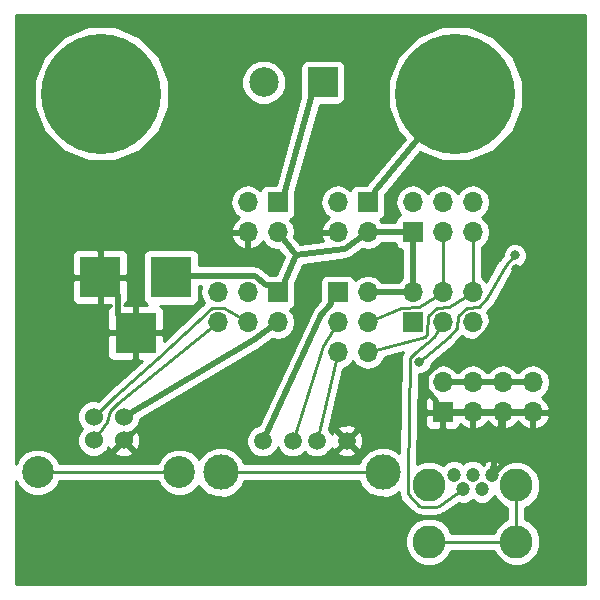
<source format=gbl>
G04 #@! TF.GenerationSoftware,KiCad,Pcbnew,(2017-04-12 revision 02abf1804)-makepkg*
G04 #@! TF.CreationDate,2017-04-21T09:09:19+03:00*
G04 #@! TF.ProjectId,vbb,7662622E6B696361645F706362000000,rev?*
G04 #@! TF.FileFunction,Copper,L2,Bot,Signal*
G04 #@! TF.FilePolarity,Positive*
%FSLAX46Y46*%
G04 Gerber Fmt 4.6, Leading zero omitted, Abs format (unit mm)*
G04 Created by KiCad (PCBNEW (2017-04-12 revision 02abf1804)-makepkg) date 04/21/17 09:09:19*
%MOMM*%
%LPD*%
G01*
G04 APERTURE LIST*
%ADD10C,0.100000*%
%ADD11C,2.700020*%
%ADD12C,1.524000*%
%ADD13R,1.700000X1.700000*%
%ADD14O,1.700000X1.700000*%
%ADD15R,3.500120X3.500120*%
%ADD16C,10.160000*%
%ADD17C,1.195000*%
%ADD18C,2.800000*%
%ADD19C,2.999740*%
%ADD20C,1.501140*%
%ADD21C,2.500000*%
%ADD22R,2.500000X2.500000*%
%ADD23C,0.800000*%
%ADD24C,0.500000*%
%ADD25C,0.250000*%
%ADD26C,0.254000*%
G04 APERTURE END LIST*
D10*
D11*
X14538980Y10160000D03*
X2540020Y10160000D03*
D12*
X7269500Y12860020D03*
X9809500Y12860020D03*
X9809500Y14859000D03*
X7269500Y14859000D03*
D13*
X22860000Y33020000D03*
D14*
X22860000Y30480000D03*
X20320000Y33020000D03*
X20320000Y30480000D03*
X27940000Y30480000D03*
X27940000Y33020000D03*
X30480000Y30480000D03*
D13*
X30480000Y33020000D03*
X34290000Y30480000D03*
D14*
X34290000Y33020000D03*
X36830000Y30480000D03*
X36830000Y33020000D03*
X39370000Y30480000D03*
X39370000Y33020000D03*
X30480000Y20320000D03*
X27940000Y20320000D03*
X30480000Y22860000D03*
X27940000Y22860000D03*
X30480000Y25400000D03*
D13*
X27940000Y25400000D03*
X22860000Y25400000D03*
D14*
X22860000Y22860000D03*
X20320000Y25400000D03*
X20320000Y22860000D03*
X17780000Y25400000D03*
X17780000Y22860000D03*
X39370000Y25400000D03*
X39370000Y22860000D03*
X36830000Y25400000D03*
X36830000Y22860000D03*
X34290000Y25400000D03*
D13*
X34290000Y22860000D03*
D14*
X44450000Y17780000D03*
X44450000Y15240000D03*
X41910000Y17780000D03*
X41910000Y15240000D03*
X39370000Y17780000D03*
X39370000Y15240000D03*
X36830000Y17780000D03*
D13*
X36830000Y15240000D03*
D15*
X10820400Y21971000D03*
X7820660Y26670000D03*
X13820140Y26670000D03*
D16*
X7937800Y42196000D03*
X37909800Y42196000D03*
D17*
X37770000Y9945000D03*
X38570000Y8745000D03*
X39370000Y9945000D03*
X40170000Y8745000D03*
X40970000Y9945000D03*
D18*
X35670000Y9045000D03*
X43070000Y9045000D03*
X35670000Y4295000D03*
X43070000Y4295000D03*
D19*
X18033960Y10160120D03*
X31749960Y10160120D03*
D20*
X21589960Y12827120D03*
X24129960Y12827120D03*
X26161960Y12827120D03*
X28701960Y12827120D03*
D21*
X21670000Y43180000D03*
D22*
X26670000Y43180000D03*
D23*
X43026200Y27390200D03*
X34864100Y19534200D03*
X42938300Y28516600D03*
D24*
X37430000Y15240000D02*
X36830000Y15240000D01*
X37680000Y15240000D02*
X37430000Y15240000D01*
X39370000Y15240000D02*
X37680000Y15240000D01*
X40970000Y9945000D02*
X41910000Y15240000D01*
X44450000Y15240000D02*
X41910000Y15240000D01*
X36230000Y15840000D02*
X36830000Y15240000D01*
X36230000Y16090000D02*
X36230000Y15840000D01*
X36230000Y16193600D02*
X36230000Y16090000D01*
X35451200Y17178700D02*
X36230000Y16193600D01*
X35429900Y17230200D02*
X35451200Y17178700D01*
X35429900Y18329800D02*
X35429900Y17230200D01*
X35451200Y18381300D02*
X35429900Y18329800D01*
X36228700Y19158800D02*
X35451200Y18381300D01*
X39971300Y21481200D02*
X36228700Y19158800D01*
X40748800Y22258700D02*
X39971300Y21481200D01*
X43026200Y27390200D02*
X40748800Y22258700D01*
X39370000Y15240000D02*
X41910000Y15240000D01*
X9320500Y23471100D02*
X10820400Y21971000D01*
X9320500Y23721100D02*
X9320500Y23471100D01*
X9320500Y24919900D02*
X9320500Y23721100D01*
X9320500Y25169900D02*
X9320500Y24919900D01*
X7820700Y26670000D02*
X9320500Y25169900D01*
X41910000Y17780000D02*
X39370000Y17780000D01*
X44450000Y17780000D02*
X41910000Y17780000D01*
X28489800Y29079900D02*
X24379100Y28551000D01*
X28541300Y29101200D02*
X28489800Y29079900D01*
X30480000Y30480000D02*
X28541300Y29101200D01*
X24379100Y28551000D02*
X22860000Y30480000D01*
X22260000Y26000000D02*
X22860000Y25400000D01*
X22010000Y26000000D02*
X22260000Y26000000D01*
X21906400Y26000000D02*
X22010000Y26000000D01*
X20921300Y26778800D02*
X21906400Y26000000D01*
X20869800Y26800100D02*
X20921300Y26778800D01*
X15570200Y26800100D02*
X20869800Y26800100D01*
X15320200Y26800100D02*
X15570200Y26800100D01*
X13820100Y26670000D02*
X15320200Y26800100D01*
X23460000Y26000000D02*
X22860000Y25400000D01*
X23460000Y26250000D02*
X23460000Y26000000D01*
X23460000Y26353600D02*
X23460000Y26250000D01*
X24379100Y28551000D02*
X23460000Y26353600D01*
X34290000Y25400000D02*
X30480000Y25400000D01*
X34290000Y29630000D02*
X34290000Y25400000D01*
X34290000Y29880000D02*
X34290000Y29630000D01*
X34290000Y30480000D02*
X34290000Y29880000D01*
X33690000Y30480000D02*
X34290000Y30480000D01*
X33440000Y30480000D02*
X33690000Y30480000D01*
X30480000Y30480000D02*
X33440000Y30480000D01*
X39370000Y17780000D02*
X36830000Y17780000D01*
D25*
X2540000Y10160000D02*
X14539000Y10160000D01*
X37345700Y21614900D02*
X34864100Y19534200D01*
X38075100Y22344300D02*
X37345700Y21614900D01*
X38124900Y23375700D02*
X38075100Y22344300D01*
X38854300Y24105100D02*
X38124900Y23375700D01*
X39885700Y24154900D02*
X38854300Y24105100D01*
X40615100Y24884300D02*
X39885700Y24154900D01*
X42201100Y27732000D02*
X40615100Y24884300D01*
X42938300Y28516600D02*
X42201100Y27732000D01*
X18034000Y10160100D02*
X31750000Y10160100D01*
X36055200Y21630900D02*
X36830000Y22860000D01*
X35519100Y21094800D02*
X36055200Y21630900D01*
X34534800Y20329300D02*
X35519100Y21094800D01*
X34069000Y19863500D02*
X34534800Y20329300D01*
X33874900Y9673300D02*
X34069000Y19863500D01*
X33874900Y8416700D02*
X33874900Y9673300D01*
X33956400Y8220000D02*
X33874900Y8416700D01*
X34845000Y7331400D02*
X33956400Y8220000D01*
X35041700Y7249900D02*
X34845000Y7331400D01*
X36298300Y7249900D02*
X35041700Y7249900D01*
X36495000Y7331400D02*
X36298300Y7249900D01*
X38570000Y8745000D02*
X36495000Y7331400D01*
X43070000Y4295000D02*
X43070000Y9045000D01*
X35670000Y4295000D02*
X43070000Y4295000D01*
X8426600Y14379700D02*
X7269500Y12860000D01*
X8622400Y15350700D02*
X8426600Y14379700D01*
X9317800Y16046100D02*
X8622400Y15350700D01*
X17780000Y22860000D02*
X9317800Y16046100D01*
X9034300Y16498100D02*
X7269500Y14859000D01*
X12746600Y19795800D02*
X9034300Y16498100D01*
X17264300Y24105100D02*
X12746600Y19795800D01*
X18295700Y24105100D02*
X17264300Y24105100D01*
X20320000Y22860000D02*
X18295700Y24105100D01*
X26694900Y20835700D02*
X27940000Y22860000D01*
X24130000Y12827100D02*
X26694900Y20835700D01*
X26162000Y12827100D02*
X27940000Y20320000D01*
X39370000Y25400000D02*
X39370000Y30480000D01*
X37345700Y24154900D02*
X39370000Y25400000D01*
X36314300Y24105100D02*
X37345700Y24154900D01*
X35584900Y23375700D02*
X36314300Y24105100D01*
X35535100Y21846300D02*
X35584900Y23375700D01*
X35303700Y21614900D02*
X35535100Y21846300D01*
X30480000Y20320000D02*
X35303700Y21614900D01*
X36830000Y25400000D02*
X36830000Y30480000D01*
X34820500Y24127200D02*
X36830000Y25400000D01*
X34814900Y24124900D02*
X34820500Y24127200D01*
X33276300Y24105100D02*
X34814900Y24124900D01*
X30480000Y22860000D02*
X33276300Y24105100D01*
D24*
X23460000Y33620000D02*
X22860000Y33020000D01*
X23460000Y33870000D02*
X23460000Y33620000D01*
X23460000Y33973600D02*
X23460000Y33870000D01*
X25670000Y41826400D02*
X23460000Y33973600D01*
X25670000Y41930000D02*
X25670000Y41826400D01*
X25670000Y42180000D02*
X25670000Y41930000D01*
X26670000Y43180000D02*
X25670000Y42180000D01*
X31080000Y33620000D02*
X30480000Y33020000D01*
X31080000Y33870000D02*
X31080000Y33620000D01*
X31080000Y33973600D02*
X31080000Y33870000D01*
X37909800Y42196000D02*
X31080000Y33973600D01*
X20921300Y21481200D02*
X9809500Y14859000D01*
X22860000Y22860000D02*
X20921300Y21481200D01*
X27340000Y24800000D02*
X27940000Y25400000D01*
X27340000Y24550000D02*
X27340000Y24800000D01*
X27340000Y24446400D02*
X27340000Y24550000D01*
X26561200Y23461300D02*
X27340000Y24446400D01*
X21590000Y12827100D02*
X26561200Y23461300D01*
D26*
G36*
X48845000Y685000D02*
X685000Y685000D01*
X685000Y9451457D01*
X856229Y9037051D01*
X1414134Y8478171D01*
X2143445Y8175335D01*
X2933131Y8174646D01*
X3662969Y8476209D01*
X4221849Y9034114D01*
X4373778Y9400000D01*
X12705221Y9400000D01*
X12855189Y9037051D01*
X13413094Y8478171D01*
X14142405Y8175335D01*
X14932091Y8174646D01*
X15661929Y8476209D01*
X16198490Y9011834D01*
X16223050Y8952393D01*
X16823074Y8351320D01*
X17607445Y8025621D01*
X18456749Y8024880D01*
X19241687Y8349210D01*
X19842760Y8949234D01*
X20029976Y9400100D01*
X29754061Y9400100D01*
X29939050Y8952393D01*
X30539074Y8351320D01*
X31323445Y8025621D01*
X32172749Y8024880D01*
X32957687Y8349210D01*
X33114900Y8506149D01*
X33114900Y8416700D01*
X33114908Y8416657D01*
X33114901Y8416620D01*
X33143490Y8272972D01*
X33172752Y8125861D01*
X33172774Y8125828D01*
X33172782Y8125787D01*
X33254282Y7929087D01*
X33336380Y7806248D01*
X33418999Y7682599D01*
X34307599Y6793999D01*
X34433401Y6709940D01*
X34554087Y6629282D01*
X34750787Y6547782D01*
X34750828Y6547774D01*
X34750861Y6547752D01*
X34893254Y6519428D01*
X35041620Y6489900D01*
X35041660Y6489908D01*
X35041700Y6489900D01*
X36298300Y6489900D01*
X36298343Y6489908D01*
X36298380Y6489901D01*
X36442028Y6518490D01*
X36589139Y6547752D01*
X36589172Y6547774D01*
X36589213Y6547782D01*
X36785913Y6629282D01*
X36850923Y6672730D01*
X36922894Y6703302D01*
X38191584Y7567601D01*
X38323765Y7512715D01*
X38814084Y7512287D01*
X39267243Y7699528D01*
X39369875Y7801981D01*
X39470933Y7700747D01*
X39923765Y7512715D01*
X40414084Y7512287D01*
X40867243Y7699528D01*
X41214253Y8045933D01*
X41247675Y8126423D01*
X41343805Y7893771D01*
X41915760Y7320817D01*
X42310000Y7157114D01*
X42310000Y6182847D01*
X41918771Y6021195D01*
X41345817Y5449240D01*
X41182114Y5055000D01*
X37557847Y5055000D01*
X37396195Y5446229D01*
X36824240Y6019183D01*
X36076562Y6329646D01*
X35266989Y6330352D01*
X34518771Y6021195D01*
X33945817Y5449240D01*
X33635354Y4701562D01*
X33634648Y3891989D01*
X33943805Y3143771D01*
X34515760Y2570817D01*
X35263438Y2260354D01*
X36073011Y2259648D01*
X36821229Y2568805D01*
X37394183Y3140760D01*
X37557886Y3535000D01*
X41182153Y3535000D01*
X41343805Y3143771D01*
X41915760Y2570817D01*
X42663438Y2260354D01*
X43473011Y2259648D01*
X44221229Y2568805D01*
X44794183Y3140760D01*
X45104646Y3888438D01*
X45105352Y4698011D01*
X44796195Y5446229D01*
X44224240Y6019183D01*
X43830000Y6182886D01*
X43830000Y7157153D01*
X44221229Y7318805D01*
X44794183Y7890760D01*
X45104646Y8638438D01*
X45105352Y9448011D01*
X44796195Y10196229D01*
X44224240Y10769183D01*
X43476562Y11079646D01*
X42666989Y11080352D01*
X41918771Y10771195D01*
X41345817Y10199240D01*
X41304612Y10100007D01*
X41149605Y9945000D01*
X41163748Y9930857D01*
X40984143Y9751252D01*
X40970000Y9765395D01*
X40955858Y9751252D01*
X40776253Y9930857D01*
X40790395Y9945000D01*
X40776253Y9959142D01*
X40955858Y10138747D01*
X40970000Y10124605D01*
X41651316Y10805921D01*
X41602111Y11031092D01*
X41138365Y11190317D01*
X40648987Y11159953D01*
X40337889Y11031092D01*
X40288685Y10805923D01*
X40172980Y10921628D01*
X40154761Y10903409D01*
X40069067Y10989253D01*
X39616235Y11177285D01*
X39125916Y11177713D01*
X38672757Y10990472D01*
X38570125Y10888019D01*
X38469067Y10989253D01*
X38016235Y11177285D01*
X37525916Y11177713D01*
X37072757Y10990472D01*
X36837637Y10755762D01*
X36824240Y10769183D01*
X36076562Y11079646D01*
X35266989Y11080352D01*
X34657038Y10828326D01*
X34735627Y14954250D01*
X35345000Y14954250D01*
X35345000Y14263691D01*
X35441673Y14030302D01*
X35620301Y13851673D01*
X35853690Y13755000D01*
X36544250Y13755000D01*
X36703000Y13913750D01*
X36703000Y15113000D01*
X36957000Y15113000D01*
X36957000Y13913750D01*
X37115750Y13755000D01*
X37806310Y13755000D01*
X38039699Y13851673D01*
X38218327Y14030302D01*
X38305136Y14239878D01*
X38603076Y13968355D01*
X39013110Y13798524D01*
X39243000Y13919845D01*
X39243000Y15113000D01*
X39497000Y15113000D01*
X39497000Y13919845D01*
X39726890Y13798524D01*
X40136924Y13968355D01*
X40565183Y14358642D01*
X40640000Y14517954D01*
X40714817Y14358642D01*
X41143076Y13968355D01*
X41553110Y13798524D01*
X41783000Y13919845D01*
X41783000Y15113000D01*
X42037000Y15113000D01*
X42037000Y13919845D01*
X42266890Y13798524D01*
X42676924Y13968355D01*
X43105183Y14358642D01*
X43180000Y14517954D01*
X43254817Y14358642D01*
X43683076Y13968355D01*
X44093110Y13798524D01*
X44323000Y13919845D01*
X44323000Y15113000D01*
X44577000Y15113000D01*
X44577000Y13919845D01*
X44806890Y13798524D01*
X45216924Y13968355D01*
X45645183Y14358642D01*
X45891486Y14883108D01*
X45770819Y15113000D01*
X44577000Y15113000D01*
X44323000Y15113000D01*
X42037000Y15113000D01*
X41783000Y15113000D01*
X39497000Y15113000D01*
X39243000Y15113000D01*
X36957000Y15113000D01*
X36703000Y15113000D01*
X35503750Y15113000D01*
X35345000Y14954250D01*
X34735627Y14954250D01*
X34790005Y17809093D01*
X35345000Y17809093D01*
X35345000Y17750907D01*
X35458039Y17182622D01*
X35779946Y16700853D01*
X35785858Y16696903D01*
X35620301Y16628327D01*
X35441673Y16449698D01*
X35345000Y16216309D01*
X35345000Y15525750D01*
X35503750Y15367000D01*
X36703000Y15367000D01*
X36703000Y15387000D01*
X36957000Y15387000D01*
X36957000Y15367000D01*
X39243000Y15367000D01*
X39243000Y15387000D01*
X39497000Y15387000D01*
X39497000Y15367000D01*
X41783000Y15367000D01*
X41783000Y15387000D01*
X42037000Y15387000D01*
X42037000Y15367000D01*
X44323000Y15367000D01*
X44323000Y15387000D01*
X44577000Y15387000D01*
X44577000Y15367000D01*
X45770819Y15367000D01*
X45891486Y15596892D01*
X45645183Y16121358D01*
X45216924Y16511645D01*
X45216899Y16511655D01*
X45500054Y16700853D01*
X45821961Y17182622D01*
X45935000Y17750907D01*
X45935000Y17809093D01*
X45821961Y18377378D01*
X45500054Y18859147D01*
X45018285Y19181054D01*
X44450000Y19294093D01*
X43881715Y19181054D01*
X43399946Y18859147D01*
X43270221Y18665000D01*
X43089779Y18665000D01*
X42960054Y18859147D01*
X42478285Y19181054D01*
X41910000Y19294093D01*
X41341715Y19181054D01*
X40859946Y18859147D01*
X40730221Y18665000D01*
X40549779Y18665000D01*
X40420054Y18859147D01*
X39938285Y19181054D01*
X39370000Y19294093D01*
X38801715Y19181054D01*
X38319946Y18859147D01*
X38190221Y18665000D01*
X38009779Y18665000D01*
X37880054Y18859147D01*
X37398285Y19181054D01*
X36830000Y19294093D01*
X36261715Y19181054D01*
X35779946Y18859147D01*
X35458039Y18377378D01*
X35345000Y17809093D01*
X34790005Y17809093D01*
X34803152Y18499253D01*
X35069071Y18499021D01*
X35449615Y18656258D01*
X35741019Y18947154D01*
X35898920Y19327423D01*
X35898992Y19410113D01*
X37833997Y21032520D01*
X37855093Y21058785D01*
X37883101Y21077499D01*
X38479707Y21674105D01*
X38801715Y21458946D01*
X39370000Y21345907D01*
X39938285Y21458946D01*
X40420054Y21780853D01*
X40741961Y22262622D01*
X40855000Y22830907D01*
X40855000Y22889093D01*
X40741961Y23457378D01*
X40550108Y23744506D01*
X41152501Y24346899D01*
X41210941Y24434361D01*
X41279069Y24514509D01*
X42819335Y27280092D01*
X43008611Y27481538D01*
X43143271Y27481421D01*
X43523815Y27638658D01*
X43815219Y27929554D01*
X43973120Y28309823D01*
X43973479Y28721571D01*
X43816242Y29102115D01*
X43525346Y29393519D01*
X43145077Y29551420D01*
X42733329Y29551779D01*
X42352785Y29394542D01*
X42061381Y29103646D01*
X41903480Y28723377D01*
X41903307Y28524953D01*
X41647229Y28252410D01*
X41597711Y28173060D01*
X41537131Y28101791D01*
X40536420Y26304992D01*
X40420054Y26479147D01*
X40130000Y26672954D01*
X40130000Y29207046D01*
X40420054Y29400853D01*
X40741961Y29882622D01*
X40855000Y30450907D01*
X40855000Y30509093D01*
X40741961Y31077378D01*
X40420054Y31559147D01*
X40134422Y31750000D01*
X40420054Y31940853D01*
X40741961Y32422622D01*
X40855000Y32990907D01*
X40855000Y33049093D01*
X40741961Y33617378D01*
X40420054Y34099147D01*
X39938285Y34421054D01*
X39370000Y34534093D01*
X38801715Y34421054D01*
X38319946Y34099147D01*
X38100000Y33769974D01*
X37880054Y34099147D01*
X37398285Y34421054D01*
X36830000Y34534093D01*
X36261715Y34421054D01*
X35779946Y34099147D01*
X35560000Y33769974D01*
X35340054Y34099147D01*
X34858285Y34421054D01*
X34290000Y34534093D01*
X33721715Y34421054D01*
X33239946Y34099147D01*
X32918039Y33617378D01*
X32805000Y33049093D01*
X32805000Y32990907D01*
X32918039Y32422622D01*
X33239946Y31940853D01*
X33243643Y31938383D01*
X33192235Y31928157D01*
X32982191Y31787809D01*
X32841843Y31577765D01*
X32799522Y31365000D01*
X31659779Y31365000D01*
X31530054Y31559147D01*
X31526357Y31561617D01*
X31577765Y31571843D01*
X31787809Y31712191D01*
X31928157Y31922235D01*
X31977440Y32170000D01*
X31977440Y33668960D01*
X34943378Y37239656D01*
X36768029Y36481995D01*
X39041596Y36480011D01*
X41142858Y37348234D01*
X42751916Y38954486D01*
X43623805Y41054229D01*
X43625789Y43327796D01*
X42757566Y45429058D01*
X41151314Y47038116D01*
X39051571Y47910005D01*
X36778004Y47911989D01*
X34676742Y47043766D01*
X33067684Y45437514D01*
X32195795Y43337771D01*
X32193811Y41064204D01*
X33062034Y38962942D01*
X33614299Y38409712D01*
X30399221Y34539078D01*
X30387490Y34517440D01*
X29630000Y34517440D01*
X29382235Y34468157D01*
X29172191Y34327809D01*
X29031843Y34117765D01*
X29019403Y34055223D01*
X28990054Y34099147D01*
X28508285Y34421054D01*
X27940000Y34534093D01*
X27371715Y34421054D01*
X26889946Y34099147D01*
X26568039Y33617378D01*
X26455000Y33049093D01*
X26455000Y32990907D01*
X26568039Y32422622D01*
X26889946Y31940853D01*
X27173101Y31751655D01*
X27173076Y31751645D01*
X26744817Y31361358D01*
X26498514Y30836892D01*
X26619181Y30607000D01*
X27813000Y30607000D01*
X27813000Y30627000D01*
X28067000Y30627000D01*
X28067000Y30607000D01*
X28087000Y30607000D01*
X28087000Y30353000D01*
X28067000Y30353000D01*
X28067000Y30333000D01*
X27813000Y30333000D01*
X27813000Y30353000D01*
X26619181Y30353000D01*
X26498514Y30123108D01*
X26678814Y29739186D01*
X24763901Y29492805D01*
X24277324Y30110676D01*
X24345000Y30450907D01*
X24345000Y30509093D01*
X24231961Y31077378D01*
X23910054Y31559147D01*
X23906357Y31561617D01*
X23957765Y31571843D01*
X24167809Y31712191D01*
X24308157Y31922235D01*
X24357440Y32170000D01*
X24357440Y33870000D01*
X24354451Y33885025D01*
X26436327Y41282560D01*
X27920000Y41282560D01*
X28167765Y41331843D01*
X28377809Y41472191D01*
X28518157Y41682235D01*
X28567440Y41930000D01*
X28567440Y44430000D01*
X28518157Y44677765D01*
X28377809Y44887809D01*
X28167765Y45028157D01*
X27920000Y45077440D01*
X25420000Y45077440D01*
X25172235Y45028157D01*
X24962191Y44887809D01*
X24821843Y44677765D01*
X24772560Y44430000D01*
X24772560Y41930000D01*
X24775548Y41914976D01*
X22693673Y34517440D01*
X22010000Y34517440D01*
X21762235Y34468157D01*
X21552191Y34327809D01*
X21411843Y34117765D01*
X21399403Y34055223D01*
X21370054Y34099147D01*
X20888285Y34421054D01*
X20320000Y34534093D01*
X19751715Y34421054D01*
X19269946Y34099147D01*
X18948039Y33617378D01*
X18835000Y33049093D01*
X18835000Y32990907D01*
X18948039Y32422622D01*
X19269946Y31940853D01*
X19553101Y31751655D01*
X19553076Y31751645D01*
X19124817Y31361358D01*
X18878514Y30836892D01*
X18999181Y30607000D01*
X20193000Y30607000D01*
X20193000Y30627000D01*
X20447000Y30627000D01*
X20447000Y30607000D01*
X20467000Y30607000D01*
X20467000Y30353000D01*
X20447000Y30353000D01*
X20447000Y29159845D01*
X20676890Y29038524D01*
X21086924Y29208355D01*
X21515183Y29598642D01*
X21582298Y29741553D01*
X21809946Y29400853D01*
X22291715Y29078946D01*
X22860000Y28965907D01*
X22916957Y28977236D01*
X23361811Y28412348D01*
X22728175Y26897440D01*
X22198242Y26897440D01*
X21470158Y27473048D01*
X21361264Y27528722D01*
X21259541Y27596613D01*
X21208041Y27617913D01*
X21173354Y27624794D01*
X21162701Y27630240D01*
X21134516Y27632497D01*
X21038521Y27651539D01*
X20869800Y27685100D01*
X16217640Y27685100D01*
X16217640Y28420060D01*
X16168357Y28667825D01*
X16028009Y28877869D01*
X15817965Y29018217D01*
X15570200Y29067500D01*
X12070080Y29067500D01*
X11822315Y29018217D01*
X11612271Y28877869D01*
X11471923Y28667825D01*
X11422640Y28420060D01*
X11422640Y24919940D01*
X11471923Y24672175D01*
X11612271Y24462131D01*
X11771016Y24356060D01*
X11106150Y24356060D01*
X10947400Y24197310D01*
X10947400Y22098000D01*
X13046710Y22098000D01*
X13205460Y22256750D01*
X13205460Y23847370D01*
X13108787Y24080759D01*
X12930158Y24259387D01*
X12898500Y24272500D01*
X15570200Y24272500D01*
X15817965Y24321783D01*
X16028009Y24462131D01*
X16168357Y24672175D01*
X16217640Y24919940D01*
X16217640Y25915100D01*
X16391673Y25915100D01*
X16295000Y25429093D01*
X16295000Y25370907D01*
X16408039Y24802622D01*
X16597381Y24519251D01*
X13205460Y21283798D01*
X13205460Y21685250D01*
X13046710Y21844000D01*
X10947400Y21844000D01*
X10947400Y19744690D01*
X11106150Y19585940D01*
X11365993Y19585940D01*
X8529565Y17066292D01*
X8524393Y17059463D01*
X8517096Y17054967D01*
X7623231Y16224768D01*
X7548600Y16255757D01*
X6992839Y16256242D01*
X6479197Y16044010D01*
X6085871Y15651370D01*
X5872743Y15138100D01*
X5872258Y14582339D01*
X6084490Y14068697D01*
X6293332Y13859490D01*
X6085871Y13652390D01*
X5872743Y13139120D01*
X5872258Y12583359D01*
X6084490Y12069717D01*
X6477130Y11676391D01*
X6990400Y11463263D01*
X7546161Y11462778D01*
X8059803Y11675010D01*
X8264957Y11879807D01*
X9008892Y11879807D01*
X9078357Y11637623D01*
X9601802Y11450876D01*
X10156868Y11478658D01*
X10540643Y11637623D01*
X10610108Y11879807D01*
X9809500Y12680415D01*
X9008892Y11879807D01*
X8264957Y11879807D01*
X8453129Y12067650D01*
X8532895Y12259747D01*
X8587103Y12128877D01*
X8829287Y12059412D01*
X9629895Y12860020D01*
X9989105Y12860020D01*
X10789713Y12059412D01*
X11031897Y12128877D01*
X11218644Y12652322D01*
X11190862Y13207388D01*
X11031897Y13591163D01*
X10789713Y13660628D01*
X9989105Y12860020D01*
X9629895Y12860020D01*
X9615753Y12874162D01*
X9795358Y13053767D01*
X9809500Y13039625D01*
X10334064Y13564189D01*
X10599803Y13673990D01*
X10993129Y14066630D01*
X11206257Y14579900D01*
X11206328Y14661211D01*
X21374369Y20720968D01*
X21401225Y20745186D01*
X21434220Y20759994D01*
X22389619Y21439472D01*
X22860000Y21345907D01*
X23428285Y21458946D01*
X23910054Y21780853D01*
X24231961Y22262622D01*
X24345000Y22830907D01*
X24345000Y22889093D01*
X24231961Y23457378D01*
X23910054Y23939147D01*
X23906357Y23941617D01*
X23957765Y23951843D01*
X24167809Y24092191D01*
X24308157Y24302235D01*
X24357440Y24550000D01*
X24357440Y26205715D01*
X24998512Y27738401D01*
X28602737Y28202136D01*
X28708567Y28237714D01*
X28739183Y28238607D01*
X28762559Y28249098D01*
X28828041Y28262087D01*
X28879541Y28283387D01*
X28915181Y28307174D01*
X28930046Y28312171D01*
X28954138Y28333174D01*
X28962845Y28338986D01*
X29054220Y28379994D01*
X30009619Y29059472D01*
X30480000Y28965907D01*
X31048285Y29078946D01*
X31530054Y29400853D01*
X31659779Y29595000D01*
X32799522Y29595000D01*
X32841843Y29382235D01*
X32982191Y29172191D01*
X33192235Y29031843D01*
X33405000Y28989522D01*
X33405000Y26589432D01*
X33239946Y26479147D01*
X33110221Y26285000D01*
X31669432Y26285000D01*
X31559147Y26450054D01*
X31077378Y26771961D01*
X30509093Y26885000D01*
X30450907Y26885000D01*
X29882622Y26771961D01*
X29400853Y26450054D01*
X29398383Y26446357D01*
X29388157Y26497765D01*
X29247809Y26707809D01*
X29037765Y26848157D01*
X28790000Y26897440D01*
X27090000Y26897440D01*
X26842235Y26848157D01*
X26632191Y26707809D01*
X26491843Y26497765D01*
X26442560Y26250000D01*
X26442560Y24738242D01*
X25866952Y24010158D01*
X25820237Y23918786D01*
X25759476Y23836085D01*
X21247830Y14184944D01*
X20806123Y14002434D01*
X20416016Y13613007D01*
X20204631Y13103936D01*
X20204150Y12552722D01*
X20414646Y12043283D01*
X20804073Y11653176D01*
X21313144Y11441791D01*
X21864358Y11441310D01*
X22373797Y11651806D01*
X22763904Y12041233D01*
X22859935Y12272501D01*
X22954646Y12043283D01*
X23344073Y11653176D01*
X23853144Y11441791D01*
X24404358Y11441310D01*
X24913797Y11651806D01*
X25146023Y11883627D01*
X25376073Y11653176D01*
X25885144Y11441791D01*
X26436358Y11441310D01*
X26945797Y11651806D01*
X27149536Y11855190D01*
X27909635Y11855190D01*
X27977695Y11614189D01*
X28496994Y11429353D01*
X29047498Y11457315D01*
X29426225Y11614189D01*
X29494285Y11855190D01*
X28701960Y12647515D01*
X27909635Y11855190D01*
X27149536Y11855190D01*
X27335904Y12041233D01*
X27425339Y12256616D01*
X27489029Y12102855D01*
X27730030Y12034795D01*
X28522355Y12827120D01*
X28881565Y12827120D01*
X29673890Y12034795D01*
X29914891Y12102855D01*
X30099727Y12622154D01*
X30071765Y13172658D01*
X29914891Y13551385D01*
X29673890Y13619445D01*
X28881565Y12827120D01*
X28522355Y12827120D01*
X27730030Y13619445D01*
X27489029Y13551385D01*
X27430191Y13386080D01*
X27337274Y13610957D01*
X27169085Y13779440D01*
X27173738Y13799050D01*
X27909635Y13799050D01*
X28701960Y13006725D01*
X29494285Y13799050D01*
X29426225Y14040051D01*
X28906926Y14224887D01*
X28356422Y14196925D01*
X27977695Y14040051D01*
X27909635Y13799050D01*
X27173738Y13799050D01*
X28388523Y18918430D01*
X28537378Y18948039D01*
X29019147Y19269946D01*
X29210000Y19555578D01*
X29400853Y19269946D01*
X29882622Y18948039D01*
X30450907Y18835000D01*
X30509093Y18835000D01*
X31077378Y18948039D01*
X31559147Y19269946D01*
X31881054Y19751715D01*
X31914147Y19918083D01*
X33492011Y20341653D01*
X33453168Y20283521D01*
X33372518Y20167658D01*
X33370944Y20160463D01*
X33366852Y20154339D01*
X33339310Y20015878D01*
X33309138Y19877973D01*
X33154788Y11774639D01*
X32960846Y11968920D01*
X32176475Y12294619D01*
X31327171Y12295360D01*
X30542233Y11971030D01*
X29941160Y11371006D01*
X29753928Y10920100D01*
X20029875Y10920100D01*
X19844870Y11367847D01*
X19244846Y11968920D01*
X18460475Y12294619D01*
X17611171Y12295360D01*
X16826233Y11971030D01*
X16225160Y11371006D01*
X16198635Y11307127D01*
X15664866Y11841829D01*
X14935555Y12144665D01*
X14145869Y12145354D01*
X13416031Y11843791D01*
X12857151Y11285886D01*
X12705222Y10920000D01*
X4373779Y10920000D01*
X4223811Y11282949D01*
X3665906Y11841829D01*
X2936595Y12144665D01*
X2146909Y12145354D01*
X1417071Y11843791D01*
X858191Y11285886D01*
X685000Y10868795D01*
X685000Y21685250D01*
X8435340Y21685250D01*
X8435340Y20094630D01*
X8532013Y19861241D01*
X8710642Y19682613D01*
X8944031Y19585940D01*
X10534650Y19585940D01*
X10693400Y19744690D01*
X10693400Y21844000D01*
X8594090Y21844000D01*
X8435340Y21685250D01*
X685000Y21685250D01*
X685000Y26384250D01*
X5435600Y26384250D01*
X5435600Y24793630D01*
X5532273Y24560241D01*
X5710902Y24381613D01*
X5944291Y24284940D01*
X7534910Y24284940D01*
X7693660Y24443690D01*
X7693660Y26543000D01*
X7947660Y26543000D01*
X7947660Y24443690D01*
X8106410Y24284940D01*
X8772332Y24284940D01*
X8710642Y24259387D01*
X8532013Y24080759D01*
X8435340Y23847370D01*
X8435340Y22256750D01*
X8594090Y22098000D01*
X10693400Y22098000D01*
X10693400Y24197310D01*
X10534650Y24356060D01*
X9868728Y24356060D01*
X9930418Y24381613D01*
X10109047Y24560241D01*
X10205720Y24793630D01*
X10205720Y26384250D01*
X10046970Y26543000D01*
X7947660Y26543000D01*
X7693660Y26543000D01*
X5594350Y26543000D01*
X5435600Y26384250D01*
X685000Y26384250D01*
X685000Y28546370D01*
X5435600Y28546370D01*
X5435600Y26955750D01*
X5594350Y26797000D01*
X7693660Y26797000D01*
X7693660Y28896310D01*
X7947660Y28896310D01*
X7947660Y26797000D01*
X10046970Y26797000D01*
X10205720Y26955750D01*
X10205720Y28546370D01*
X10109047Y28779759D01*
X9930418Y28958387D01*
X9697029Y29055060D01*
X8106410Y29055060D01*
X7947660Y28896310D01*
X7693660Y28896310D01*
X7534910Y29055060D01*
X5944291Y29055060D01*
X5710902Y28958387D01*
X5532273Y28779759D01*
X5435600Y28546370D01*
X685000Y28546370D01*
X685000Y30123108D01*
X18878514Y30123108D01*
X19124817Y29598642D01*
X19553076Y29208355D01*
X19963110Y29038524D01*
X20193000Y29159845D01*
X20193000Y30353000D01*
X18999181Y30353000D01*
X18878514Y30123108D01*
X685000Y30123108D01*
X685000Y41064204D01*
X2221811Y41064204D01*
X3090034Y38962942D01*
X4696286Y37353884D01*
X6796029Y36481995D01*
X9069596Y36480011D01*
X11170858Y37348234D01*
X12779916Y38954486D01*
X13651805Y41054229D01*
X13653334Y42806695D01*
X19784674Y42806695D01*
X20071043Y42113628D01*
X20600839Y41582907D01*
X21293405Y41295328D01*
X22043305Y41294674D01*
X22736372Y41581043D01*
X23267093Y42110839D01*
X23554672Y42803405D01*
X23555326Y43553305D01*
X23268957Y44246372D01*
X22739161Y44777093D01*
X22046595Y45064672D01*
X21296695Y45065326D01*
X20603628Y44778957D01*
X20072907Y44249161D01*
X19785328Y43556595D01*
X19784674Y42806695D01*
X13653334Y42806695D01*
X13653789Y43327796D01*
X12785566Y45429058D01*
X11179314Y47038116D01*
X9079571Y47910005D01*
X6806004Y47911989D01*
X4704742Y47043766D01*
X3095684Y45437514D01*
X2223795Y43337771D01*
X2221811Y41064204D01*
X685000Y41064204D01*
X685000Y48845000D01*
X48845000Y48845000D01*
X48845000Y685000D01*
X48845000Y685000D01*
G37*
X48845000Y685000D02*
X685000Y685000D01*
X685000Y9451457D01*
X856229Y9037051D01*
X1414134Y8478171D01*
X2143445Y8175335D01*
X2933131Y8174646D01*
X3662969Y8476209D01*
X4221849Y9034114D01*
X4373778Y9400000D01*
X12705221Y9400000D01*
X12855189Y9037051D01*
X13413094Y8478171D01*
X14142405Y8175335D01*
X14932091Y8174646D01*
X15661929Y8476209D01*
X16198490Y9011834D01*
X16223050Y8952393D01*
X16823074Y8351320D01*
X17607445Y8025621D01*
X18456749Y8024880D01*
X19241687Y8349210D01*
X19842760Y8949234D01*
X20029976Y9400100D01*
X29754061Y9400100D01*
X29939050Y8952393D01*
X30539074Y8351320D01*
X31323445Y8025621D01*
X32172749Y8024880D01*
X32957687Y8349210D01*
X33114900Y8506149D01*
X33114900Y8416700D01*
X33114908Y8416657D01*
X33114901Y8416620D01*
X33143490Y8272972D01*
X33172752Y8125861D01*
X33172774Y8125828D01*
X33172782Y8125787D01*
X33254282Y7929087D01*
X33336380Y7806248D01*
X33418999Y7682599D01*
X34307599Y6793999D01*
X34433401Y6709940D01*
X34554087Y6629282D01*
X34750787Y6547782D01*
X34750828Y6547774D01*
X34750861Y6547752D01*
X34893254Y6519428D01*
X35041620Y6489900D01*
X35041660Y6489908D01*
X35041700Y6489900D01*
X36298300Y6489900D01*
X36298343Y6489908D01*
X36298380Y6489901D01*
X36442028Y6518490D01*
X36589139Y6547752D01*
X36589172Y6547774D01*
X36589213Y6547782D01*
X36785913Y6629282D01*
X36850923Y6672730D01*
X36922894Y6703302D01*
X38191584Y7567601D01*
X38323765Y7512715D01*
X38814084Y7512287D01*
X39267243Y7699528D01*
X39369875Y7801981D01*
X39470933Y7700747D01*
X39923765Y7512715D01*
X40414084Y7512287D01*
X40867243Y7699528D01*
X41214253Y8045933D01*
X41247675Y8126423D01*
X41343805Y7893771D01*
X41915760Y7320817D01*
X42310000Y7157114D01*
X42310000Y6182847D01*
X41918771Y6021195D01*
X41345817Y5449240D01*
X41182114Y5055000D01*
X37557847Y5055000D01*
X37396195Y5446229D01*
X36824240Y6019183D01*
X36076562Y6329646D01*
X35266989Y6330352D01*
X34518771Y6021195D01*
X33945817Y5449240D01*
X33635354Y4701562D01*
X33634648Y3891989D01*
X33943805Y3143771D01*
X34515760Y2570817D01*
X35263438Y2260354D01*
X36073011Y2259648D01*
X36821229Y2568805D01*
X37394183Y3140760D01*
X37557886Y3535000D01*
X41182153Y3535000D01*
X41343805Y3143771D01*
X41915760Y2570817D01*
X42663438Y2260354D01*
X43473011Y2259648D01*
X44221229Y2568805D01*
X44794183Y3140760D01*
X45104646Y3888438D01*
X45105352Y4698011D01*
X44796195Y5446229D01*
X44224240Y6019183D01*
X43830000Y6182886D01*
X43830000Y7157153D01*
X44221229Y7318805D01*
X44794183Y7890760D01*
X45104646Y8638438D01*
X45105352Y9448011D01*
X44796195Y10196229D01*
X44224240Y10769183D01*
X43476562Y11079646D01*
X42666989Y11080352D01*
X41918771Y10771195D01*
X41345817Y10199240D01*
X41304612Y10100007D01*
X41149605Y9945000D01*
X41163748Y9930857D01*
X40984143Y9751252D01*
X40970000Y9765395D01*
X40955858Y9751252D01*
X40776253Y9930857D01*
X40790395Y9945000D01*
X40776253Y9959142D01*
X40955858Y10138747D01*
X40970000Y10124605D01*
X41651316Y10805921D01*
X41602111Y11031092D01*
X41138365Y11190317D01*
X40648987Y11159953D01*
X40337889Y11031092D01*
X40288685Y10805923D01*
X40172980Y10921628D01*
X40154761Y10903409D01*
X40069067Y10989253D01*
X39616235Y11177285D01*
X39125916Y11177713D01*
X38672757Y10990472D01*
X38570125Y10888019D01*
X38469067Y10989253D01*
X38016235Y11177285D01*
X37525916Y11177713D01*
X37072757Y10990472D01*
X36837637Y10755762D01*
X36824240Y10769183D01*
X36076562Y11079646D01*
X35266989Y11080352D01*
X34657038Y10828326D01*
X34735627Y14954250D01*
X35345000Y14954250D01*
X35345000Y14263691D01*
X35441673Y14030302D01*
X35620301Y13851673D01*
X35853690Y13755000D01*
X36544250Y13755000D01*
X36703000Y13913750D01*
X36703000Y15113000D01*
X36957000Y15113000D01*
X36957000Y13913750D01*
X37115750Y13755000D01*
X37806310Y13755000D01*
X38039699Y13851673D01*
X38218327Y14030302D01*
X38305136Y14239878D01*
X38603076Y13968355D01*
X39013110Y13798524D01*
X39243000Y13919845D01*
X39243000Y15113000D01*
X39497000Y15113000D01*
X39497000Y13919845D01*
X39726890Y13798524D01*
X40136924Y13968355D01*
X40565183Y14358642D01*
X40640000Y14517954D01*
X40714817Y14358642D01*
X41143076Y13968355D01*
X41553110Y13798524D01*
X41783000Y13919845D01*
X41783000Y15113000D01*
X42037000Y15113000D01*
X42037000Y13919845D01*
X42266890Y13798524D01*
X42676924Y13968355D01*
X43105183Y14358642D01*
X43180000Y14517954D01*
X43254817Y14358642D01*
X43683076Y13968355D01*
X44093110Y13798524D01*
X44323000Y13919845D01*
X44323000Y15113000D01*
X44577000Y15113000D01*
X44577000Y13919845D01*
X44806890Y13798524D01*
X45216924Y13968355D01*
X45645183Y14358642D01*
X45891486Y14883108D01*
X45770819Y15113000D01*
X44577000Y15113000D01*
X44323000Y15113000D01*
X42037000Y15113000D01*
X41783000Y15113000D01*
X39497000Y15113000D01*
X39243000Y15113000D01*
X36957000Y15113000D01*
X36703000Y15113000D01*
X35503750Y15113000D01*
X35345000Y14954250D01*
X34735627Y14954250D01*
X34790005Y17809093D01*
X35345000Y17809093D01*
X35345000Y17750907D01*
X35458039Y17182622D01*
X35779946Y16700853D01*
X35785858Y16696903D01*
X35620301Y16628327D01*
X35441673Y16449698D01*
X35345000Y16216309D01*
X35345000Y15525750D01*
X35503750Y15367000D01*
X36703000Y15367000D01*
X36703000Y15387000D01*
X36957000Y15387000D01*
X36957000Y15367000D01*
X39243000Y15367000D01*
X39243000Y15387000D01*
X39497000Y15387000D01*
X39497000Y15367000D01*
X41783000Y15367000D01*
X41783000Y15387000D01*
X42037000Y15387000D01*
X42037000Y15367000D01*
X44323000Y15367000D01*
X44323000Y15387000D01*
X44577000Y15387000D01*
X44577000Y15367000D01*
X45770819Y15367000D01*
X45891486Y15596892D01*
X45645183Y16121358D01*
X45216924Y16511645D01*
X45216899Y16511655D01*
X45500054Y16700853D01*
X45821961Y17182622D01*
X45935000Y17750907D01*
X45935000Y17809093D01*
X45821961Y18377378D01*
X45500054Y18859147D01*
X45018285Y19181054D01*
X44450000Y19294093D01*
X43881715Y19181054D01*
X43399946Y18859147D01*
X43270221Y18665000D01*
X43089779Y18665000D01*
X42960054Y18859147D01*
X42478285Y19181054D01*
X41910000Y19294093D01*
X41341715Y19181054D01*
X40859946Y18859147D01*
X40730221Y18665000D01*
X40549779Y18665000D01*
X40420054Y18859147D01*
X39938285Y19181054D01*
X39370000Y19294093D01*
X38801715Y19181054D01*
X38319946Y18859147D01*
X38190221Y18665000D01*
X38009779Y18665000D01*
X37880054Y18859147D01*
X37398285Y19181054D01*
X36830000Y19294093D01*
X36261715Y19181054D01*
X35779946Y18859147D01*
X35458039Y18377378D01*
X35345000Y17809093D01*
X34790005Y17809093D01*
X34803152Y18499253D01*
X35069071Y18499021D01*
X35449615Y18656258D01*
X35741019Y18947154D01*
X35898920Y19327423D01*
X35898992Y19410113D01*
X37833997Y21032520D01*
X37855093Y21058785D01*
X37883101Y21077499D01*
X38479707Y21674105D01*
X38801715Y21458946D01*
X39370000Y21345907D01*
X39938285Y21458946D01*
X40420054Y21780853D01*
X40741961Y22262622D01*
X40855000Y22830907D01*
X40855000Y22889093D01*
X40741961Y23457378D01*
X40550108Y23744506D01*
X41152501Y24346899D01*
X41210941Y24434361D01*
X41279069Y24514509D01*
X42819335Y27280092D01*
X43008611Y27481538D01*
X43143271Y27481421D01*
X43523815Y27638658D01*
X43815219Y27929554D01*
X43973120Y28309823D01*
X43973479Y28721571D01*
X43816242Y29102115D01*
X43525346Y29393519D01*
X43145077Y29551420D01*
X42733329Y29551779D01*
X42352785Y29394542D01*
X42061381Y29103646D01*
X41903480Y28723377D01*
X41903307Y28524953D01*
X41647229Y28252410D01*
X41597711Y28173060D01*
X41537131Y28101791D01*
X40536420Y26304992D01*
X40420054Y26479147D01*
X40130000Y26672954D01*
X40130000Y29207046D01*
X40420054Y29400853D01*
X40741961Y29882622D01*
X40855000Y30450907D01*
X40855000Y30509093D01*
X40741961Y31077378D01*
X40420054Y31559147D01*
X40134422Y31750000D01*
X40420054Y31940853D01*
X40741961Y32422622D01*
X40855000Y32990907D01*
X40855000Y33049093D01*
X40741961Y33617378D01*
X40420054Y34099147D01*
X39938285Y34421054D01*
X39370000Y34534093D01*
X38801715Y34421054D01*
X38319946Y34099147D01*
X38100000Y33769974D01*
X37880054Y34099147D01*
X37398285Y34421054D01*
X36830000Y34534093D01*
X36261715Y34421054D01*
X35779946Y34099147D01*
X35560000Y33769974D01*
X35340054Y34099147D01*
X34858285Y34421054D01*
X34290000Y34534093D01*
X33721715Y34421054D01*
X33239946Y34099147D01*
X32918039Y33617378D01*
X32805000Y33049093D01*
X32805000Y32990907D01*
X32918039Y32422622D01*
X33239946Y31940853D01*
X33243643Y31938383D01*
X33192235Y31928157D01*
X32982191Y31787809D01*
X32841843Y31577765D01*
X32799522Y31365000D01*
X31659779Y31365000D01*
X31530054Y31559147D01*
X31526357Y31561617D01*
X31577765Y31571843D01*
X31787809Y31712191D01*
X31928157Y31922235D01*
X31977440Y32170000D01*
X31977440Y33668960D01*
X34943378Y37239656D01*
X36768029Y36481995D01*
X39041596Y36480011D01*
X41142858Y37348234D01*
X42751916Y38954486D01*
X43623805Y41054229D01*
X43625789Y43327796D01*
X42757566Y45429058D01*
X41151314Y47038116D01*
X39051571Y47910005D01*
X36778004Y47911989D01*
X34676742Y47043766D01*
X33067684Y45437514D01*
X32195795Y43337771D01*
X32193811Y41064204D01*
X33062034Y38962942D01*
X33614299Y38409712D01*
X30399221Y34539078D01*
X30387490Y34517440D01*
X29630000Y34517440D01*
X29382235Y34468157D01*
X29172191Y34327809D01*
X29031843Y34117765D01*
X29019403Y34055223D01*
X28990054Y34099147D01*
X28508285Y34421054D01*
X27940000Y34534093D01*
X27371715Y34421054D01*
X26889946Y34099147D01*
X26568039Y33617378D01*
X26455000Y33049093D01*
X26455000Y32990907D01*
X26568039Y32422622D01*
X26889946Y31940853D01*
X27173101Y31751655D01*
X27173076Y31751645D01*
X26744817Y31361358D01*
X26498514Y30836892D01*
X26619181Y30607000D01*
X27813000Y30607000D01*
X27813000Y30627000D01*
X28067000Y30627000D01*
X28067000Y30607000D01*
X28087000Y30607000D01*
X28087000Y30353000D01*
X28067000Y30353000D01*
X28067000Y30333000D01*
X27813000Y30333000D01*
X27813000Y30353000D01*
X26619181Y30353000D01*
X26498514Y30123108D01*
X26678814Y29739186D01*
X24763901Y29492805D01*
X24277324Y30110676D01*
X24345000Y30450907D01*
X24345000Y30509093D01*
X24231961Y31077378D01*
X23910054Y31559147D01*
X23906357Y31561617D01*
X23957765Y31571843D01*
X24167809Y31712191D01*
X24308157Y31922235D01*
X24357440Y32170000D01*
X24357440Y33870000D01*
X24354451Y33885025D01*
X26436327Y41282560D01*
X27920000Y41282560D01*
X28167765Y41331843D01*
X28377809Y41472191D01*
X28518157Y41682235D01*
X28567440Y41930000D01*
X28567440Y44430000D01*
X28518157Y44677765D01*
X28377809Y44887809D01*
X28167765Y45028157D01*
X27920000Y45077440D01*
X25420000Y45077440D01*
X25172235Y45028157D01*
X24962191Y44887809D01*
X24821843Y44677765D01*
X24772560Y44430000D01*
X24772560Y41930000D01*
X24775548Y41914976D01*
X22693673Y34517440D01*
X22010000Y34517440D01*
X21762235Y34468157D01*
X21552191Y34327809D01*
X21411843Y34117765D01*
X21399403Y34055223D01*
X21370054Y34099147D01*
X20888285Y34421054D01*
X20320000Y34534093D01*
X19751715Y34421054D01*
X19269946Y34099147D01*
X18948039Y33617378D01*
X18835000Y33049093D01*
X18835000Y32990907D01*
X18948039Y32422622D01*
X19269946Y31940853D01*
X19553101Y31751655D01*
X19553076Y31751645D01*
X19124817Y31361358D01*
X18878514Y30836892D01*
X18999181Y30607000D01*
X20193000Y30607000D01*
X20193000Y30627000D01*
X20447000Y30627000D01*
X20447000Y30607000D01*
X20467000Y30607000D01*
X20467000Y30353000D01*
X20447000Y30353000D01*
X20447000Y29159845D01*
X20676890Y29038524D01*
X21086924Y29208355D01*
X21515183Y29598642D01*
X21582298Y29741553D01*
X21809946Y29400853D01*
X22291715Y29078946D01*
X22860000Y28965907D01*
X22916957Y28977236D01*
X23361811Y28412348D01*
X22728175Y26897440D01*
X22198242Y26897440D01*
X21470158Y27473048D01*
X21361264Y27528722D01*
X21259541Y27596613D01*
X21208041Y27617913D01*
X21173354Y27624794D01*
X21162701Y27630240D01*
X21134516Y27632497D01*
X21038521Y27651539D01*
X20869800Y27685100D01*
X16217640Y27685100D01*
X16217640Y28420060D01*
X16168357Y28667825D01*
X16028009Y28877869D01*
X15817965Y29018217D01*
X15570200Y29067500D01*
X12070080Y29067500D01*
X11822315Y29018217D01*
X11612271Y28877869D01*
X11471923Y28667825D01*
X11422640Y28420060D01*
X11422640Y24919940D01*
X11471923Y24672175D01*
X11612271Y24462131D01*
X11771016Y24356060D01*
X11106150Y24356060D01*
X10947400Y24197310D01*
X10947400Y22098000D01*
X13046710Y22098000D01*
X13205460Y22256750D01*
X13205460Y23847370D01*
X13108787Y24080759D01*
X12930158Y24259387D01*
X12898500Y24272500D01*
X15570200Y24272500D01*
X15817965Y24321783D01*
X16028009Y24462131D01*
X16168357Y24672175D01*
X16217640Y24919940D01*
X16217640Y25915100D01*
X16391673Y25915100D01*
X16295000Y25429093D01*
X16295000Y25370907D01*
X16408039Y24802622D01*
X16597381Y24519251D01*
X13205460Y21283798D01*
X13205460Y21685250D01*
X13046710Y21844000D01*
X10947400Y21844000D01*
X10947400Y19744690D01*
X11106150Y19585940D01*
X11365993Y19585940D01*
X8529565Y17066292D01*
X8524393Y17059463D01*
X8517096Y17054967D01*
X7623231Y16224768D01*
X7548600Y16255757D01*
X6992839Y16256242D01*
X6479197Y16044010D01*
X6085871Y15651370D01*
X5872743Y15138100D01*
X5872258Y14582339D01*
X6084490Y14068697D01*
X6293332Y13859490D01*
X6085871Y13652390D01*
X5872743Y13139120D01*
X5872258Y12583359D01*
X6084490Y12069717D01*
X6477130Y11676391D01*
X6990400Y11463263D01*
X7546161Y11462778D01*
X8059803Y11675010D01*
X8264957Y11879807D01*
X9008892Y11879807D01*
X9078357Y11637623D01*
X9601802Y11450876D01*
X10156868Y11478658D01*
X10540643Y11637623D01*
X10610108Y11879807D01*
X9809500Y12680415D01*
X9008892Y11879807D01*
X8264957Y11879807D01*
X8453129Y12067650D01*
X8532895Y12259747D01*
X8587103Y12128877D01*
X8829287Y12059412D01*
X9629895Y12860020D01*
X9989105Y12860020D01*
X10789713Y12059412D01*
X11031897Y12128877D01*
X11218644Y12652322D01*
X11190862Y13207388D01*
X11031897Y13591163D01*
X10789713Y13660628D01*
X9989105Y12860020D01*
X9629895Y12860020D01*
X9615753Y12874162D01*
X9795358Y13053767D01*
X9809500Y13039625D01*
X10334064Y13564189D01*
X10599803Y13673990D01*
X10993129Y14066630D01*
X11206257Y14579900D01*
X11206328Y14661211D01*
X21374369Y20720968D01*
X21401225Y20745186D01*
X21434220Y20759994D01*
X22389619Y21439472D01*
X22860000Y21345907D01*
X23428285Y21458946D01*
X23910054Y21780853D01*
X24231961Y22262622D01*
X24345000Y22830907D01*
X24345000Y22889093D01*
X24231961Y23457378D01*
X23910054Y23939147D01*
X23906357Y23941617D01*
X23957765Y23951843D01*
X24167809Y24092191D01*
X24308157Y24302235D01*
X24357440Y24550000D01*
X24357440Y26205715D01*
X24998512Y27738401D01*
X28602737Y28202136D01*
X28708567Y28237714D01*
X28739183Y28238607D01*
X28762559Y28249098D01*
X28828041Y28262087D01*
X28879541Y28283387D01*
X28915181Y28307174D01*
X28930046Y28312171D01*
X28954138Y28333174D01*
X28962845Y28338986D01*
X29054220Y28379994D01*
X30009619Y29059472D01*
X30480000Y28965907D01*
X31048285Y29078946D01*
X31530054Y29400853D01*
X31659779Y29595000D01*
X32799522Y29595000D01*
X32841843Y29382235D01*
X32982191Y29172191D01*
X33192235Y29031843D01*
X33405000Y28989522D01*
X33405000Y26589432D01*
X33239946Y26479147D01*
X33110221Y26285000D01*
X31669432Y26285000D01*
X31559147Y26450054D01*
X31077378Y26771961D01*
X30509093Y26885000D01*
X30450907Y26885000D01*
X29882622Y26771961D01*
X29400853Y26450054D01*
X29398383Y26446357D01*
X29388157Y26497765D01*
X29247809Y26707809D01*
X29037765Y26848157D01*
X28790000Y26897440D01*
X27090000Y26897440D01*
X26842235Y26848157D01*
X26632191Y26707809D01*
X26491843Y26497765D01*
X26442560Y26250000D01*
X26442560Y24738242D01*
X25866952Y24010158D01*
X25820237Y23918786D01*
X25759476Y23836085D01*
X21247830Y14184944D01*
X20806123Y14002434D01*
X20416016Y13613007D01*
X20204631Y13103936D01*
X20204150Y12552722D01*
X20414646Y12043283D01*
X20804073Y11653176D01*
X21313144Y11441791D01*
X21864358Y11441310D01*
X22373797Y11651806D01*
X22763904Y12041233D01*
X22859935Y12272501D01*
X22954646Y12043283D01*
X23344073Y11653176D01*
X23853144Y11441791D01*
X24404358Y11441310D01*
X24913797Y11651806D01*
X25146023Y11883627D01*
X25376073Y11653176D01*
X25885144Y11441791D01*
X26436358Y11441310D01*
X26945797Y11651806D01*
X27149536Y11855190D01*
X27909635Y11855190D01*
X27977695Y11614189D01*
X28496994Y11429353D01*
X29047498Y11457315D01*
X29426225Y11614189D01*
X29494285Y11855190D01*
X28701960Y12647515D01*
X27909635Y11855190D01*
X27149536Y11855190D01*
X27335904Y12041233D01*
X27425339Y12256616D01*
X27489029Y12102855D01*
X27730030Y12034795D01*
X28522355Y12827120D01*
X28881565Y12827120D01*
X29673890Y12034795D01*
X29914891Y12102855D01*
X30099727Y12622154D01*
X30071765Y13172658D01*
X29914891Y13551385D01*
X29673890Y13619445D01*
X28881565Y12827120D01*
X28522355Y12827120D01*
X27730030Y13619445D01*
X27489029Y13551385D01*
X27430191Y13386080D01*
X27337274Y13610957D01*
X27169085Y13779440D01*
X27173738Y13799050D01*
X27909635Y13799050D01*
X28701960Y13006725D01*
X29494285Y13799050D01*
X29426225Y14040051D01*
X28906926Y14224887D01*
X28356422Y14196925D01*
X27977695Y14040051D01*
X27909635Y13799050D01*
X27173738Y13799050D01*
X28388523Y18918430D01*
X28537378Y18948039D01*
X29019147Y19269946D01*
X29210000Y19555578D01*
X29400853Y19269946D01*
X29882622Y18948039D01*
X30450907Y18835000D01*
X30509093Y18835000D01*
X31077378Y18948039D01*
X31559147Y19269946D01*
X31881054Y19751715D01*
X31914147Y19918083D01*
X33492011Y20341653D01*
X33453168Y20283521D01*
X33372518Y20167658D01*
X33370944Y20160463D01*
X33366852Y20154339D01*
X33339310Y20015878D01*
X33309138Y19877973D01*
X33154788Y11774639D01*
X32960846Y11968920D01*
X32176475Y12294619D01*
X31327171Y12295360D01*
X30542233Y11971030D01*
X29941160Y11371006D01*
X29753928Y10920100D01*
X20029875Y10920100D01*
X19844870Y11367847D01*
X19244846Y11968920D01*
X18460475Y12294619D01*
X17611171Y12295360D01*
X16826233Y11971030D01*
X16225160Y11371006D01*
X16198635Y11307127D01*
X15664866Y11841829D01*
X14935555Y12144665D01*
X14145869Y12145354D01*
X13416031Y11843791D01*
X12857151Y11285886D01*
X12705222Y10920000D01*
X4373779Y10920000D01*
X4223811Y11282949D01*
X3665906Y11841829D01*
X2936595Y12144665D01*
X2146909Y12145354D01*
X1417071Y11843791D01*
X858191Y11285886D01*
X685000Y10868795D01*
X685000Y21685250D01*
X8435340Y21685250D01*
X8435340Y20094630D01*
X8532013Y19861241D01*
X8710642Y19682613D01*
X8944031Y19585940D01*
X10534650Y19585940D01*
X10693400Y19744690D01*
X10693400Y21844000D01*
X8594090Y21844000D01*
X8435340Y21685250D01*
X685000Y21685250D01*
X685000Y26384250D01*
X5435600Y26384250D01*
X5435600Y24793630D01*
X5532273Y24560241D01*
X5710902Y24381613D01*
X5944291Y24284940D01*
X7534910Y24284940D01*
X7693660Y24443690D01*
X7693660Y26543000D01*
X7947660Y26543000D01*
X7947660Y24443690D01*
X8106410Y24284940D01*
X8772332Y24284940D01*
X8710642Y24259387D01*
X8532013Y24080759D01*
X8435340Y23847370D01*
X8435340Y22256750D01*
X8594090Y22098000D01*
X10693400Y22098000D01*
X10693400Y24197310D01*
X10534650Y24356060D01*
X9868728Y24356060D01*
X9930418Y24381613D01*
X10109047Y24560241D01*
X10205720Y24793630D01*
X10205720Y26384250D01*
X10046970Y26543000D01*
X7947660Y26543000D01*
X7693660Y26543000D01*
X5594350Y26543000D01*
X5435600Y26384250D01*
X685000Y26384250D01*
X685000Y28546370D01*
X5435600Y28546370D01*
X5435600Y26955750D01*
X5594350Y26797000D01*
X7693660Y26797000D01*
X7693660Y28896310D01*
X7947660Y28896310D01*
X7947660Y26797000D01*
X10046970Y26797000D01*
X10205720Y26955750D01*
X10205720Y28546370D01*
X10109047Y28779759D01*
X9930418Y28958387D01*
X9697029Y29055060D01*
X8106410Y29055060D01*
X7947660Y28896310D01*
X7693660Y28896310D01*
X7534910Y29055060D01*
X5944291Y29055060D01*
X5710902Y28958387D01*
X5532273Y28779759D01*
X5435600Y28546370D01*
X685000Y28546370D01*
X685000Y30123108D01*
X18878514Y30123108D01*
X19124817Y29598642D01*
X19553076Y29208355D01*
X19963110Y29038524D01*
X20193000Y29159845D01*
X20193000Y30353000D01*
X18999181Y30353000D01*
X18878514Y30123108D01*
X685000Y30123108D01*
X685000Y41064204D01*
X2221811Y41064204D01*
X3090034Y38962942D01*
X4696286Y37353884D01*
X6796029Y36481995D01*
X9069596Y36480011D01*
X11170858Y37348234D01*
X12779916Y38954486D01*
X13651805Y41054229D01*
X13653334Y42806695D01*
X19784674Y42806695D01*
X20071043Y42113628D01*
X20600839Y41582907D01*
X21293405Y41295328D01*
X22043305Y41294674D01*
X22736372Y41581043D01*
X23267093Y42110839D01*
X23554672Y42803405D01*
X23555326Y43553305D01*
X23268957Y44246372D01*
X22739161Y44777093D01*
X22046595Y45064672D01*
X21296695Y45065326D01*
X20603628Y44778957D01*
X20072907Y44249161D01*
X19785328Y43556595D01*
X19784674Y42806695D01*
X13653334Y42806695D01*
X13653789Y43327796D01*
X12785566Y45429058D01*
X11179314Y47038116D01*
X9079571Y47910005D01*
X6806004Y47911989D01*
X4704742Y47043766D01*
X3095684Y45437514D01*
X2223795Y43337771D01*
X2221811Y41064204D01*
X685000Y41064204D01*
X685000Y48845000D01*
X48845000Y48845000D01*
X48845000Y685000D01*
M02*

</source>
